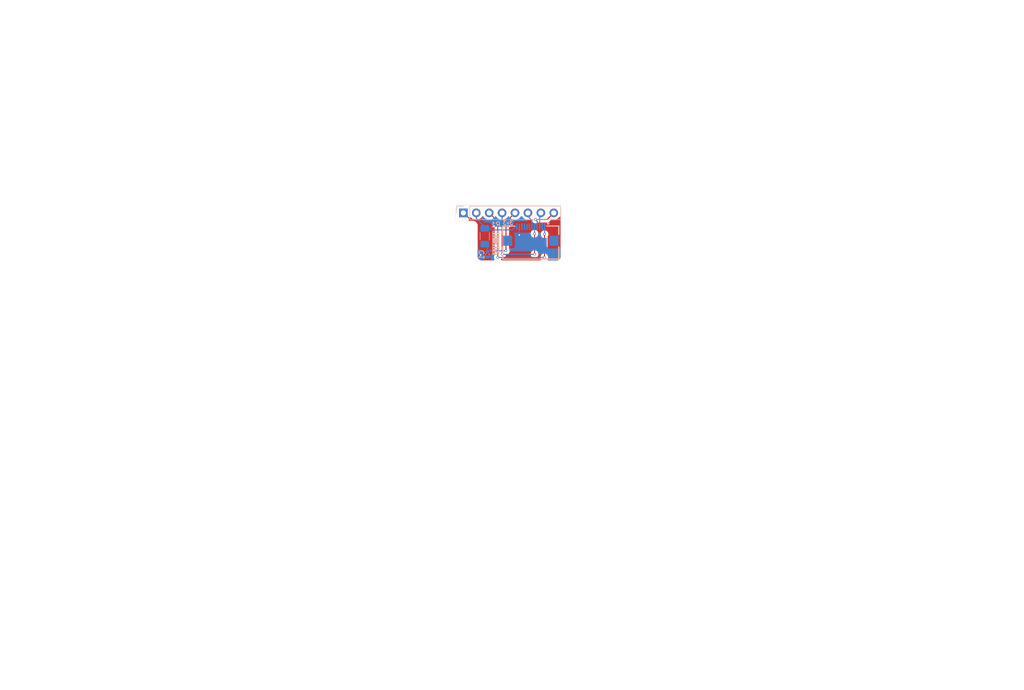
<source format=kicad_pcb>
(kicad_pcb (version 20221018) (generator pcbnew)
  (layers (0 "F.Cu" signal) (31 "B.Cu" signal) (34 "B.Paste" user) (35 "F.Paste" user) (36 "B.SilkS" user "B.Silkscreen") (37 "F.SilkS" user "F.Silkscreen") (38 "B.Mask" user) (39 "F.Mask" user) (44 "Edge.Cuts" user))
  (net 0 "")
  (net 1 "GND")
  (net 2 "+5V")
  (net 3 "rgb_led_in")
  (net 4 "GPIO_AD2")
  (net 5 "SDA")
  (net 6 "SCL")
  (net 7 "+3V3")
  (net 8 "MOSI")
  (net 9 "SPI_CS")
  (net 10 "MISO")
  (net 11 "SCLK")
  (net 12 "Net-(J2-Pin_5)")
  (net 13 "GPIO_AD1")
  (footprint "Capacitor_SMD:C_0402_1005Metric" (layer "B.Cu") (at 170.375 108.605 90)
    (fp_text reference "C1" (at -0.045 -1.1 90) (layer "B.SilkS") (effects (justify mirror)))
    (fp_text value "1u")
    (fp_line (start -0.107836 -0.36) (end 0.107836 -0.36) (stroke (width 0.12)) (layer "B.SilkS"))
    (fp_line (start -0.107836 0.36) (end 0.107836 0.36) (stroke (width 0.12)) (layer "B.SilkS"))
    (pad "1" smd roundrect (at -0.48 0 90) (size 0.56 0.62) (layers "B.Cu" "B.Paste" "B.Mask") (net 1 "GND"))
    (pad "2" smd roundrect (at 0.48 0 90) (size 0.56 0.62) (layers "B.Cu" "B.Paste" "B.Mask") (net 12 "Net-(J2-Pin_5)"))
  )
  (footprint "vik:vik-module-connector-horizontal" (layer "B.Cu") (at 178.925 105.214 180)
    (fp_text reference "J1" hide)
    (fp_text value "~")
    (fp_text user "3v3" (at 3.375 2.414 unlocked) (layer "B.SilkS") (effects (font (size 0.75 0.75)) (justify left bottom mirror)))
    (fp_text user "VIK IN" (at 7.51 -3.45 270 unlocked) (layer "B.SilkS" knockout) (effects (justify left bottom mirror)))
    (fp_line (start -5.5 -4.295) (end -5.5 -1.912) (stroke (width 0.254)) (layer "B.SilkS"))
    (fp_line (start -5.5 0.539) (end -5.5 2.2) (stroke (width 0.254)) (layer "B.SilkS"))
    (fp_line (start -5.5 2.2) (end -3.131 2.2) (stroke (width 0.254)) (layer "B.SilkS"))
    (fp_line (start 5.5 -4.295) (end -5.5 -4.295) (stroke (width 0.254)) (layer "B.SilkS"))
    (fp_line (start 5.5 -4.295) (end 5.5 -1.912) (stroke (width 0.254)) (layer "B.SilkS"))
    (fp_line (start 5.5 0.539) (end 5.5 2.2) (stroke (width 0.254)) (layer "B.SilkS"))
    (fp_line (start 5.5 2.2) (end 3.131 2.2) (stroke (width 0.254)) (layer "B.SilkS"))
    (fp_circle (center -3.429 2.708) (end -3.302 2.708) (stroke (width 0.254)) (fill none) (layer "B.SilkS"))
    (pad "1" smd rect (at -2.75 2.038 180) (size 0.28 1.25) (layers "B.Cu" "B.Paste" "B.Mask") (net 11 "SCLK"))
    (pad "2" smd rect (at -2.25 2.038 180) (size 0.28 1.25) (layers "B.Cu" "B.Paste" "B.Mask") (net 10 "MISO"))
    (pad "3" smd rect (at -1.75 2.038 180) (size 0.28 1.25) (layers "B.Cu" "B.Paste" "B.Mask") (net 9 "SPI_CS"))
    (pad "4" smd rect (at -1.25 2.038 180) (size 0.28 1.25) (layers "B.Cu" "B.Paste" "B.Mask") (net 4 "GPIO_AD2"))
    (pad "5" smd rect (at -0.75 2.038 180) (size 0.28 1.25) (layers "B.Cu" "B.Paste" "B.Mask") (net 8 "MOSI"))
    (pad "6" smd rect (at -0.25 2.038 180) (size 0.28 1.25) (layers "B.Cu" "B.Paste" "B.Mask") (net 13 "GPIO_AD1"))
    (pad "7" smd rect (at 0.25 2.038 180) (size 0.28 1.25) (layers "B.Cu" "B.Paste" "B.Mask") (net 2 "+5V"))
    (pad "8" smd rect (at 0.75 2.038 180) (size 0.28 1.25) (layers "B.Cu" "B.Paste" "B.Mask") (net 3 "rgb_led_in"))
    (pad "9" smd rect (at 1.25 2.038 180) (size 0.28 1.25) (layers "B.Cu" "B.Paste" "B.Mask") (net 6 "SCL"))
    (pad "10" smd rect (at 1.75 2.038 180) (size 0.28 1.25) (layers "B.Cu" "B.Paste" "B.Mask") (net 5 "SDA"))
    (pad "11" smd rect (at 2.25 2.038 180) (size 0.28 1.25) (layers "B.Cu" "B.Paste" "B.Mask") (net 1 "GND"))
    (pad "12" smd rect (at 2.75 2.038 180) (size 0.28 1.25) (layers "B.Cu" "B.Paste" "B.Mask") (net 7 "+3V3"))
    (pad "13" smd rect (at 4.55 -0.686 180) (size 1.8 2) (layers "B.Cu" "B.Paste" "B.Mask"))
    (pad "14" smd rect (at -4.55 -0.686 180) (size 1.8 2) (layers "B.Cu" "B.Paste" "B.Mask"))
  )
  (footprint "Connector_PinHeader_2.54mm:PinHeader_1x08_P2.54mm_Vertical" (layer "B.Cu") (at 165.665 100.425 -90)
    (fp_text reference "J2" hide)
    (fp_text value "Conn_01x08_Socket")
    (fp_line (start -1.33 -19.11) (end 1.33 -19.11) (stroke (width 0.12)) (layer "B.SilkS"))
    (fp_line (start -1.33 -1.27) (end -1.33 -19.11) (stroke (width 0.12)) (layer "B.SilkS"))
    (fp_line (start -1.33 -1.27) (end 1.33 -1.27) (stroke (width 0.12)) (layer "B.SilkS"))
    (fp_line (start -1.33 0) (end -1.33 1.33) (stroke (width 0.12)) (layer "B.SilkS"))
    (fp_line (start -1.33 1.33) (end 0 1.33) (stroke (width 0.12)) (layer "B.SilkS"))
    (fp_line (start 1.33 -1.27) (end 1.33 -19.11) (stroke (width 0.12)) (layer "B.SilkS"))
    (pad "1" thru_hole rect (at 0 0 270) (size 1.7 1.7) (drill 1) (layers "*.Cu" "*.Mask") (net 1 "GND"))
    (pad "2" thru_hole oval (at 0 -2.54 270) (size 1.7 1.7) (drill 1) (layers "*.Cu" "*.Mask") (net 7 "+3V3"))
    (pad "3" thru_hole oval (at 0 -5.08 270) (size 1.7 1.7) (drill 1) (layers "*.Cu" "*.Mask") (net 11 "SCLK"))
    (pad "4" thru_hole oval (at 0 -7.62 270) (size 1.7 1.7) (drill 1) (layers "*.Cu" "*.Mask") (net 8 "MOSI"))
    (pad "5" thru_hole oval (at 0 -10.16 270) (size 1.7 1.7) (drill 1) (layers "*.Cu" "*.Mask") (net 12 "Net-(J2-Pin_5)"))
    (pad "6" thru_hole oval (at 0 -12.7 270) (size 1.7 1.7) (drill 1) (layers "*.Cu" "*.Mask") (net 13 "GPIO_AD1"))
    (pad "7" thru_hole oval (at 0 -15.24 270) (size 1.7 1.7) (drill 1) (layers "*.Cu" "*.Mask") (net 9 "SPI_CS"))
    (pad "8" thru_hole oval (at 0 -17.78 270) (size 1.7 1.7) (drill 1) (layers "*.Cu" "*.Mask") (net 4 "GPIO_AD2"))
  )
  (footprint "Resistor_SMD:R_1206_3216Metric_Pad1.30x1.75mm_HandSolder" (layer "B.Cu") (at 169.875 105.025 90)
    (fp_text reference "R1" (at 2.3 2.15 180) (layer "B.SilkS") (effects (justify mirror)))
    (fp_text value "100k")
    (fp_line (start -0.727064 -0.91) (end 0.727064 -0.91) (stroke (width 0.12)) (layer "B.SilkS"))
    (fp_line (start -0.727064 0.91) (end 0.727064 0.91) (stroke (width 0.12)) (layer "B.SilkS"))
    (pad "1" smd roundrect (at -1.55 0 90) (size 1.3 1.75) (layers "B.Cu" "B.Paste" "B.Mask") (roundrect_rratio 0.1923076923) (net 12 "Net-(J2-Pin_5)"))
    (pad "2" smd roundrect (at 1.55 0 90) (size 1.3 1.75) (layers "B.Cu" "B.Paste" "B.Mask") (roundrect_rratio 0.1923076923) (net 7 "+3V3"))
  )
  (gr_line (start 167.5 102.1) (end 165 102.1) (stroke (width 0.05)) (layer "Edge.Cuts"))
  (gr_line (start 169.25 109.875) (end 184.025 109.875) (stroke (width 0.05)) (layer "Edge.Cuts"))
  (gr_line (start 184.9 99.8) (end 184.9 109) (stroke (width 0.05)) (layer "Edge.Cuts"))
  (gr_line (start 168.375 102.975) (end 168.375 109) (stroke (width 0.05)) (layer "Edge.Cuts"))
  (gr_arc (start 184.9 109) (mid 184.643718 109.618718) (end 184.025 109.875) (stroke (width 0.05)) (layer "Edge.Cuts"))
  (gr_arc (start 169.25 109.875) (mid 168.631282 109.618718) (end 168.375 109) (stroke (width 0.05)) (layer "Edge.Cuts"))
  (gr_line (start 184.025 98.9) (end 165 98.9) (stroke (width 0.05)) (layer "Edge.Cuts"))
  (gr_arc (start 184.025 98.9) (mid 184.648896 99.168782) (end 184.9 99.8) (stroke (width 0.05)) (layer "Edge.Cuts"))
  (gr_arc (start 167.5 102.1) (mid 168.118718 102.356282) (end 168.375 102.975) (stroke (width 0.05)) (layer "Edge.Cuts"))
  (gr_arc (start 165 102.1) (mid 164.381282 101.843718) (end 164.125 101.225) (stroke (width 0.05)) (layer "Edge.Cuts"))
  (gr_line (start 164.125 99.775) (end 164.125 101.225) (stroke (width 0.05)) (layer "Edge.Cuts"))
  (gr_arc (start 164.125 99.775) (mid 164.381282 99.156282) (end 165 98.9) (stroke (width 0.05)) (layer "Edge.Cuts"))
  (segment (start 168.925 101.8) (end 169.5 102.375) (width 0.2) (layer "F.Cu") (net 1))
  (segment (start 165.75 100.425) (end 166.825 101.5) (width 0.2) (layer "F.Cu") (net 1))
  (segment (start 176.675 104.775) (end 176.1 104.775) (width 0.2) (layer "F.Cu") (net 1))
  (segment (start 165.665 100.425) (end 165.75 100.425) (width 0.2) (layer "F.Cu") (net 1))
  (segment (start 167.125 101.8) (end 168.45 101.8) (width 0.2) (layer "F.Cu") (net 1))
  (segment (start 176.1 104.775) (end 175.2 103.875) (width 0.2) (layer "F.Cu") (net 1))
  (segment (start 166.825 101.5) (end 167.125 101.8) (width 0.2) (layer "F.Cu") (net 1))
  (segment (start 168.45 101.8) (end 168.925 101.8) (width 0.2) (layer "F.Cu") (net 1))
  (segment (start 175.2 103.875) (end 174.75 103.425) (width 0.2) (layer "F.Cu") (net 1))
  (segment (start 170.15 103.025) (end 171.725 103.025) (width 0.2) (layer "F.Cu") (net 1))
  (segment (start 169.5 102.375) (end 170.15 103.025) (width 0.2) (layer "F.Cu") (net 1))
  (segment (start 174.75 103.425) (end 174.75 103.05) (width 0.2) (layer "F.Cu") (net 1))
  (via (at 174.75 103.05) (size 0.5) (drill 0.3) (layers "F.Cu" "B.Cu") (net 1))
  (via (at 169.075 108.675) (size 0.5) (drill 0.3) (layers "F.Cu" "B.Cu") (net 1))
  (via (at 176.675 104.775) (size 0.5) (drill 0.3) (layers "F.Cu" "B.Cu") (net 1))
  (via (at 171.725 103.025) (size 0.5) (drill 0.3) (layers "F.Cu" "B.Cu") (net 1))
  (segment (start 169.485 109.085) (end 169.075 108.675) (width 0.2) (layer "B.Cu") (net 1))
  (segment (start 174.75 103.05) (end 171.75 103.05) (width 0.2) (layer "B.Cu") (net 1))
  (segment (start 176.675 103.176) (end 176.675 104.775) (width 0.2) (layer "B.Cu") (net 1))
  (segment (start 171.75 103.05) (end 171.725 103.025) (width 0.2) (layer "B.Cu") (net 1))
  (segment (start 170.375 109.085) (end 169.485 109.085) (width 0.2) (layer "B.Cu") (net 1))
  (segment (start 179.85 101.725) (end 182.145 101.725) (width 0.2) (layer "F.Cu") (net 4))
  (segment (start 182.145 101.725) (end 183.445 100.425) (width 0.2) (layer "F.Cu") (net 4))
  (via (at 179.85 101.725) (size 0.5) (drill 0.3) (layers "F.Cu" "B.Cu") (net 4))
  (segment (start 180.175 103.176) (end 180.175 102.05) (width 0.2) (layer "B.Cu") (net 4))
  (segment (start 180.175 102.05) (end 179.85 101.725) (width 0.2) (layer "B.Cu") (net 4))
  (segment (start 169.875 103.175) (end 169.875 103.475) (width 0.2) (layer "B.Cu") (net 7))
  (segment (start 171 103.475) (end 169.875 103.475) (width 0.2) (layer "B.Cu") (net 7))
  (segment (start 176.175 103.176) (end 175.899 103.176) (width 0.2) (layer "B.Cu") (net 7))
  (segment (start 175.899 103.176) (end 175.3 103.775) (width 0.2) (layer "B.Cu") (net 7))
  (segment (start 168.205 101.505) (end 169.875 103.175) (width 0.2) (layer "B.Cu") (net 7))
  (segment (start 168.205 100.425) (end 168.205 101.505) (width 0.2) (layer "B.Cu") (net 7))
  (segment (start 171.3 103.775) (end 171 103.475) (width 0.2) (layer "B.Cu") (net 7))
  (segment (start 175.3 103.775) (end 171.3 103.775) (width 0.2) (layer "B.Cu") (net 7))
  (segment (start 179.675 104.55) (end 179.65 104.525) (width 0.2) (layer "F.Cu") (net 8))
  (segment (start 173.285 108.565) (end 173.275 108.575) (width 0.2) (layer "F.Cu") (net 8))
  (segment (start 179.675 108.55) (end 179.675 104.55) (width 0.2) (layer "F.Cu") (net 8))
  (segment (start 173.285 100.425) (end 173.285 108.565) (width 0.2) (layer "F.Cu") (net 8))
  (via (at 179.675 108.55) (size 0.5) (drill 0.3) (layers "F.Cu" "B.Cu") (net 8))
  (via (at 173.275 108.575) (size 0.5) (drill 0.3) (layers "F.Cu" "B.Cu") (net 8))
  (via (at 179.65 104.525) (size 0.5) (drill 0.3) (layers "F.Cu" "B.Cu") (net 8))
  (segment (start 173.275 108.575) (end 179.65 108.575) (width 0.2) (layer "B.Cu") (net 8))
  (segment (start 179.675 103.176) (end 179.675 104.5) (width 0.2) (layer "B.Cu") (net 8))
  (segment (start 179.675 104.5) (end 179.65 104.525) (width 0.2) (layer "B.Cu") (net 8))
  (segment (start 179.65 108.575) (end 179.675 108.55) (width 0.2) (layer "B.Cu") (net 8))
  (segment (start 180.675 103.176) (end 180.675 100.655) (width 0.2) (layer "B.Cu") (net 9))
  (segment (start 180.675 100.655) (end 180.905 100.425) (width 0.2) (layer "B.Cu") (net 9))
  (segment (start 172.425 102.105) (end 172.425 109.175) (width 0.2) (layer "F.Cu") (net 11))
  (segment (start 170.745 100.425) (end 172.425 102.105) (width 0.2) (layer "F.Cu") (net 11))
  (segment (start 181.625 104.625) (end 181.625 109.15) (width 0.2) (layer "F.Cu") (net 11))
  (segment (start 181.625 109.15) (end 181.6 109.175) (width 0.2) (layer "F.Cu") (net 11))
  (via (at 181.625 104.625) (size 0.5) (drill 0.3) (layers "F.Cu" "B.Cu") (net 11))
  (via (at 181.6 109.175) (size 0.5) (drill 0.3) (layers "F.Cu" "B.Cu") (net 11))
  (via (at 172.425 109.175) (size 0.5) (drill 0.3) (layers "F.Cu" "B.Cu") (net 11))
  (segment (start 181.6 109.175) (end 172.425 109.175) (width 0.2) (layer "B.Cu") (net 11))
  (segment (start 181.675 104.575) (end 181.625 104.625) (width 0.2) (layer "B.Cu") (net 11))
  (segment (start 181.675 103.176) (end 181.675 104.575) (width 0.2) (layer "B.Cu") (net 11))
  (segment (start 174.05 103.075) (end 174.05 107.85) (width 0.2) (layer "F.Cu") (net 12))
  (segment (start 174.05 102.2) (end 174.05 103.075) (width 0.2) (layer "F.Cu") (net 12))
  (segment (start 175.825 100.425) (end 174.05 102.2) (width 0.2) (layer "F.Cu") (net 12))
  (segment (start 174.05 107.85) (end 174.025 107.875) (width 0.2) (layer "F.Cu") (net 12))
  (via (at 174.025 107.875) (size 0.5) (drill 0.3) (layers "F.Cu" "B.Cu") (net 12))
  (segment (start 174.025 107.875) (end 170.625 107.875) (width 0.2) (layer "B.Cu") (net 12))
  (segment (start 170.625 107.875) (end 170.375 108.125) (width 0.2) (layer "B.Cu") (net 12))
  (segment (start 170.375 107.075) (end 169.875 106.575) (width 0.2) (layer "B.Cu") (net 12))
  (segment (start 170.375 108.125) (end 170.375 107.075) (width 0.2) (layer "B.Cu") (net 12))
  (segment (start 179.175 101.925) (end 178.365 101.115) (width 0.2) (layer "B.Cu") (net 13))
  (segment (start 178.365 101.115) (end 178.365 100.425) (width 0.2) (layer "B.Cu") (net 13))
  (segment (start 179.175 103.176) (end 179.175 101.925) (width 0.2) (layer "B.Cu") (net 13))
  (zone (net 1) (net_name "GND") (layers "F&B.Cu") (connect_pads (clearance 0.508)) (min_thickness 0.254) (fill yes (thermal_gap 0.508) (thermal_bridge_width 0.508))
    (polygon (pts (xy 275.91 59.07) (xy 275.59 193.26) (xy 74.78 194.21) (xy 74.56 58.57)))
  )
)
</source>
